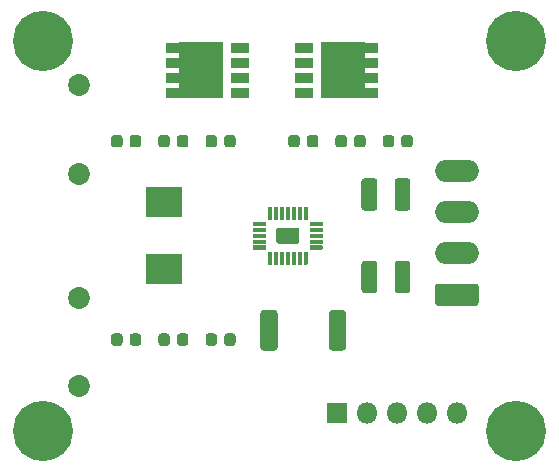
<source format=gbr>
%TF.GenerationSoftware,KiCad,Pcbnew,(5.1.6)-1*%
%TF.CreationDate,2020-12-03T13:02:19+08:00*%
%TF.ProjectId,SuperCap_UPS,53757065-7243-4617-905f-5550532e6b69,rev?*%
%TF.SameCoordinates,Original*%
%TF.FileFunction,Soldermask,Top*%
%TF.FilePolarity,Negative*%
%FSLAX46Y46*%
G04 Gerber Fmt 4.6, Leading zero omitted, Abs format (unit mm)*
G04 Created by KiCad (PCBNEW (5.1.6)-1) date 2020-12-03 13:02:19*
%MOMM*%
%LPD*%
G01*
G04 APERTURE LIST*
%ADD10O,1.800000X1.800000*%
%ADD11R,1.800000X1.800000*%
%ADD12C,5.100000*%
%ADD13O,3.700000X1.900000*%
%ADD14R,3.850000X4.800000*%
%ADD15R,1.150000X0.950000*%
%ADD16R,1.550000X0.950000*%
%ADD17R,3.100000X2.600000*%
%ADD18C,1.854200*%
G04 APERTURE END LIST*
D10*
%TO.C,J2*%
X198040000Y-117500000D03*
X195500000Y-117500000D03*
X192960000Y-117500000D03*
X190420000Y-117500000D03*
D11*
X187880000Y-117500000D03*
%TD*%
D12*
%TO.C,REF\u002A\u002A*%
X163000000Y-86000000D03*
%TD*%
%TO.C,REF\u002A\u002A*%
X163000000Y-119000000D03*
%TD*%
%TO.C,REF\u002A\u002A*%
X203000000Y-119000000D03*
%TD*%
%TO.C,REF\u002A\u002A*%
X203000000Y-86000000D03*
%TD*%
D13*
%TO.C,J1*%
X198000000Y-97000000D03*
X198000000Y-100500000D03*
X198000000Y-104000000D03*
G36*
G01*
X199586111Y-108450000D02*
X196413889Y-108450000D01*
G75*
G02*
X196150000Y-108186111I0J263889D01*
G01*
X196150000Y-106813889D01*
G75*
G02*
X196413889Y-106550000I263889J0D01*
G01*
X199586111Y-106550000D01*
G75*
G02*
X199850000Y-106813889I0J-263889D01*
G01*
X199850000Y-108186111D01*
G75*
G02*
X199586111Y-108450000I-263889J0D01*
G01*
G37*
%TD*%
%TO.C,R9*%
G36*
G01*
X174300000Y-111581250D02*
X174300000Y-111018750D01*
G75*
G02*
X174543750Y-110775000I243750J0D01*
G01*
X175031250Y-110775000D01*
G75*
G02*
X175275000Y-111018750I0J-243750D01*
G01*
X175275000Y-111581250D01*
G75*
G02*
X175031250Y-111825000I-243750J0D01*
G01*
X174543750Y-111825000D01*
G75*
G02*
X174300000Y-111581250I0J243750D01*
G01*
G37*
G36*
G01*
X172725000Y-111581250D02*
X172725000Y-111018750D01*
G75*
G02*
X172968750Y-110775000I243750J0D01*
G01*
X173456250Y-110775000D01*
G75*
G02*
X173700000Y-111018750I0J-243750D01*
G01*
X173700000Y-111581250D01*
G75*
G02*
X173456250Y-111825000I-243750J0D01*
G01*
X172968750Y-111825000D01*
G75*
G02*
X172725000Y-111581250I0J243750D01*
G01*
G37*
%TD*%
%TO.C,R8*%
G36*
G01*
X170300000Y-111581250D02*
X170300000Y-111018750D01*
G75*
G02*
X170543750Y-110775000I243750J0D01*
G01*
X171031250Y-110775000D01*
G75*
G02*
X171275000Y-111018750I0J-243750D01*
G01*
X171275000Y-111581250D01*
G75*
G02*
X171031250Y-111825000I-243750J0D01*
G01*
X170543750Y-111825000D01*
G75*
G02*
X170300000Y-111581250I0J243750D01*
G01*
G37*
G36*
G01*
X168725000Y-111581250D02*
X168725000Y-111018750D01*
G75*
G02*
X168968750Y-110775000I243750J0D01*
G01*
X169456250Y-110775000D01*
G75*
G02*
X169700000Y-111018750I0J-243750D01*
G01*
X169700000Y-111581250D01*
G75*
G02*
X169456250Y-111825000I-243750J0D01*
G01*
X168968750Y-111825000D01*
G75*
G02*
X168725000Y-111581250I0J243750D01*
G01*
G37*
%TD*%
%TO.C,R7*%
G36*
G01*
X192700000Y-94218750D02*
X192700000Y-94781250D01*
G75*
G02*
X192456250Y-95025000I-243750J0D01*
G01*
X191968750Y-95025000D01*
G75*
G02*
X191725000Y-94781250I0J243750D01*
G01*
X191725000Y-94218750D01*
G75*
G02*
X191968750Y-93975000I243750J0D01*
G01*
X192456250Y-93975000D01*
G75*
G02*
X192700000Y-94218750I0J-243750D01*
G01*
G37*
G36*
G01*
X194275000Y-94218750D02*
X194275000Y-94781250D01*
G75*
G02*
X194031250Y-95025000I-243750J0D01*
G01*
X193543750Y-95025000D01*
G75*
G02*
X193300000Y-94781250I0J243750D01*
G01*
X193300000Y-94218750D01*
G75*
G02*
X193543750Y-93975000I243750J0D01*
G01*
X194031250Y-93975000D01*
G75*
G02*
X194275000Y-94218750I0J-243750D01*
G01*
G37*
%TD*%
%TO.C,R6*%
G36*
G01*
X189300000Y-94781250D02*
X189300000Y-94218750D01*
G75*
G02*
X189543750Y-93975000I243750J0D01*
G01*
X190031250Y-93975000D01*
G75*
G02*
X190275000Y-94218750I0J-243750D01*
G01*
X190275000Y-94781250D01*
G75*
G02*
X190031250Y-95025000I-243750J0D01*
G01*
X189543750Y-95025000D01*
G75*
G02*
X189300000Y-94781250I0J243750D01*
G01*
G37*
G36*
G01*
X187725000Y-94781250D02*
X187725000Y-94218750D01*
G75*
G02*
X187968750Y-93975000I243750J0D01*
G01*
X188456250Y-93975000D01*
G75*
G02*
X188700000Y-94218750I0J-243750D01*
G01*
X188700000Y-94781250D01*
G75*
G02*
X188456250Y-95025000I-243750J0D01*
G01*
X187968750Y-95025000D01*
G75*
G02*
X187725000Y-94781250I0J243750D01*
G01*
G37*
%TD*%
%TO.C,R5*%
G36*
G01*
X178300000Y-111581250D02*
X178300000Y-111018750D01*
G75*
G02*
X178543750Y-110775000I243750J0D01*
G01*
X179031250Y-110775000D01*
G75*
G02*
X179275000Y-111018750I0J-243750D01*
G01*
X179275000Y-111581250D01*
G75*
G02*
X179031250Y-111825000I-243750J0D01*
G01*
X178543750Y-111825000D01*
G75*
G02*
X178300000Y-111581250I0J243750D01*
G01*
G37*
G36*
G01*
X176725000Y-111581250D02*
X176725000Y-111018750D01*
G75*
G02*
X176968750Y-110775000I243750J0D01*
G01*
X177456250Y-110775000D01*
G75*
G02*
X177700000Y-111018750I0J-243750D01*
G01*
X177700000Y-111581250D01*
G75*
G02*
X177456250Y-111825000I-243750J0D01*
G01*
X176968750Y-111825000D01*
G75*
G02*
X176725000Y-111581250I0J243750D01*
G01*
G37*
%TD*%
%TO.C,R4*%
G36*
G01*
X182825000Y-109043518D02*
X182825000Y-111956482D01*
G75*
G02*
X182556482Y-112225000I-268518J0D01*
G01*
X181643518Y-112225000D01*
G75*
G02*
X181375000Y-111956482I0J268518D01*
G01*
X181375000Y-109043518D01*
G75*
G02*
X181643518Y-108775000I268518J0D01*
G01*
X182556482Y-108775000D01*
G75*
G02*
X182825000Y-109043518I0J-268518D01*
G01*
G37*
G36*
G01*
X188625000Y-109043518D02*
X188625000Y-111956482D01*
G75*
G02*
X188356482Y-112225000I-268518J0D01*
G01*
X187443518Y-112225000D01*
G75*
G02*
X187175000Y-111956482I0J268518D01*
G01*
X187175000Y-109043518D01*
G75*
G02*
X187443518Y-108775000I268518J0D01*
G01*
X188356482Y-108775000D01*
G75*
G02*
X188625000Y-109043518I0J-268518D01*
G01*
G37*
%TD*%
%TO.C,R3*%
G36*
G01*
X174300000Y-94781250D02*
X174300000Y-94218750D01*
G75*
G02*
X174543750Y-93975000I243750J0D01*
G01*
X175031250Y-93975000D01*
G75*
G02*
X175275000Y-94218750I0J-243750D01*
G01*
X175275000Y-94781250D01*
G75*
G02*
X175031250Y-95025000I-243750J0D01*
G01*
X174543750Y-95025000D01*
G75*
G02*
X174300000Y-94781250I0J243750D01*
G01*
G37*
G36*
G01*
X172725000Y-94781250D02*
X172725000Y-94218750D01*
G75*
G02*
X172968750Y-93975000I243750J0D01*
G01*
X173456250Y-93975000D01*
G75*
G02*
X173700000Y-94218750I0J-243750D01*
G01*
X173700000Y-94781250D01*
G75*
G02*
X173456250Y-95025000I-243750J0D01*
G01*
X172968750Y-95025000D01*
G75*
G02*
X172725000Y-94781250I0J243750D01*
G01*
G37*
%TD*%
%TO.C,R2*%
G36*
G01*
X169700000Y-94218750D02*
X169700000Y-94781250D01*
G75*
G02*
X169456250Y-95025000I-243750J0D01*
G01*
X168968750Y-95025000D01*
G75*
G02*
X168725000Y-94781250I0J243750D01*
G01*
X168725000Y-94218750D01*
G75*
G02*
X168968750Y-93975000I243750J0D01*
G01*
X169456250Y-93975000D01*
G75*
G02*
X169700000Y-94218750I0J-243750D01*
G01*
G37*
G36*
G01*
X171275000Y-94218750D02*
X171275000Y-94781250D01*
G75*
G02*
X171031250Y-95025000I-243750J0D01*
G01*
X170543750Y-95025000D01*
G75*
G02*
X170300000Y-94781250I0J243750D01*
G01*
X170300000Y-94218750D01*
G75*
G02*
X170543750Y-93975000I243750J0D01*
G01*
X171031250Y-93975000D01*
G75*
G02*
X171275000Y-94218750I0J-243750D01*
G01*
G37*
%TD*%
%TO.C,R1*%
G36*
G01*
X178300000Y-94781250D02*
X178300000Y-94218750D01*
G75*
G02*
X178543750Y-93975000I243750J0D01*
G01*
X179031250Y-93975000D01*
G75*
G02*
X179275000Y-94218750I0J-243750D01*
G01*
X179275000Y-94781250D01*
G75*
G02*
X179031250Y-95025000I-243750J0D01*
G01*
X178543750Y-95025000D01*
G75*
G02*
X178300000Y-94781250I0J243750D01*
G01*
G37*
G36*
G01*
X176725000Y-94781250D02*
X176725000Y-94218750D01*
G75*
G02*
X176968750Y-93975000I243750J0D01*
G01*
X177456250Y-93975000D01*
G75*
G02*
X177700000Y-94218750I0J-243750D01*
G01*
X177700000Y-94781250D01*
G75*
G02*
X177456250Y-95025000I-243750J0D01*
G01*
X176968750Y-95025000D01*
G75*
G02*
X176725000Y-94781250I0J243750D01*
G01*
G37*
%TD*%
D14*
%TO.C,Q2*%
X188350000Y-88500000D03*
D15*
X190750000Y-86595000D03*
X190750000Y-87865000D03*
X190750000Y-89135000D03*
X190750000Y-90405000D03*
D16*
X185050000Y-90405000D03*
X185050000Y-89135000D03*
X185050000Y-87865000D03*
X185050000Y-86595000D03*
%TD*%
D14*
%TO.C,Q1*%
X176350000Y-88500000D03*
D15*
X173950000Y-90405000D03*
X173950000Y-89135000D03*
X173950000Y-87865000D03*
X173950000Y-86595000D03*
D16*
X179650000Y-86595000D03*
X179650000Y-87865000D03*
X179650000Y-89135000D03*
X179650000Y-90405000D03*
%TD*%
%TO.C,C5*%
G36*
G01*
X192725000Y-107105000D02*
X192725000Y-104895000D01*
G75*
G02*
X192995000Y-104625000I270000J0D01*
G01*
X193805000Y-104625000D01*
G75*
G02*
X194075000Y-104895000I0J-270000D01*
G01*
X194075000Y-107105000D01*
G75*
G02*
X193805000Y-107375000I-270000J0D01*
G01*
X192995000Y-107375000D01*
G75*
G02*
X192725000Y-107105000I0J270000D01*
G01*
G37*
G36*
G01*
X189925000Y-107105000D02*
X189925000Y-104895000D01*
G75*
G02*
X190195000Y-104625000I270000J0D01*
G01*
X191005000Y-104625000D01*
G75*
G02*
X191275000Y-104895000I0J-270000D01*
G01*
X191275000Y-107105000D01*
G75*
G02*
X191005000Y-107375000I-270000J0D01*
G01*
X190195000Y-107375000D01*
G75*
G02*
X189925000Y-107105000I0J270000D01*
G01*
G37*
%TD*%
%TO.C,C4*%
G36*
G01*
X185300000Y-94781250D02*
X185300000Y-94218750D01*
G75*
G02*
X185543750Y-93975000I243750J0D01*
G01*
X186031250Y-93975000D01*
G75*
G02*
X186275000Y-94218750I0J-243750D01*
G01*
X186275000Y-94781250D01*
G75*
G02*
X186031250Y-95025000I-243750J0D01*
G01*
X185543750Y-95025000D01*
G75*
G02*
X185300000Y-94781250I0J243750D01*
G01*
G37*
G36*
G01*
X183725000Y-94781250D02*
X183725000Y-94218750D01*
G75*
G02*
X183968750Y-93975000I243750J0D01*
G01*
X184456250Y-93975000D01*
G75*
G02*
X184700000Y-94218750I0J-243750D01*
G01*
X184700000Y-94781250D01*
G75*
G02*
X184456250Y-95025000I-243750J0D01*
G01*
X183968750Y-95025000D01*
G75*
G02*
X183725000Y-94781250I0J243750D01*
G01*
G37*
%TD*%
%TO.C,C3*%
G36*
G01*
X192725000Y-100105000D02*
X192725000Y-97895000D01*
G75*
G02*
X192995000Y-97625000I270000J0D01*
G01*
X193805000Y-97625000D01*
G75*
G02*
X194075000Y-97895000I0J-270000D01*
G01*
X194075000Y-100105000D01*
G75*
G02*
X193805000Y-100375000I-270000J0D01*
G01*
X192995000Y-100375000D01*
G75*
G02*
X192725000Y-100105000I0J270000D01*
G01*
G37*
G36*
G01*
X189925000Y-100105000D02*
X189925000Y-97895000D01*
G75*
G02*
X190195000Y-97625000I270000J0D01*
G01*
X191005000Y-97625000D01*
G75*
G02*
X191275000Y-97895000I0J-270000D01*
G01*
X191275000Y-100105000D01*
G75*
G02*
X191005000Y-100375000I-270000J0D01*
G01*
X190195000Y-100375000D01*
G75*
G02*
X189925000Y-100105000I0J270000D01*
G01*
G37*
%TD*%
D17*
%TO.C,L1*%
X173200000Y-105325000D03*
X173200000Y-99675000D03*
%TD*%
%TO.C,U1*%
G36*
G01*
X184540000Y-103175000D02*
X182860000Y-103175000D01*
G75*
G02*
X182725000Y-103040000I0J135000D01*
G01*
X182725000Y-101960000D01*
G75*
G02*
X182860000Y-101825000I135000J0D01*
G01*
X184540000Y-101825000D01*
G75*
G02*
X184675000Y-101960000I0J-135000D01*
G01*
X184675000Y-103040000D01*
G75*
G02*
X184540000Y-103175000I-135000J0D01*
G01*
G37*
G36*
G01*
X182340000Y-104950000D02*
X182060000Y-104950000D01*
G75*
G02*
X182025000Y-104915000I0J35000D01*
G01*
X182025000Y-103885000D01*
G75*
G02*
X182060000Y-103850000I35000J0D01*
G01*
X182340000Y-103850000D01*
G75*
G02*
X182375000Y-103885000I0J-35000D01*
G01*
X182375000Y-104915000D01*
G75*
G02*
X182340000Y-104950000I-35000J0D01*
G01*
G37*
G36*
G01*
X182840000Y-104950000D02*
X182560000Y-104950000D01*
G75*
G02*
X182525000Y-104915000I0J35000D01*
G01*
X182525000Y-103885000D01*
G75*
G02*
X182560000Y-103850000I35000J0D01*
G01*
X182840000Y-103850000D01*
G75*
G02*
X182875000Y-103885000I0J-35000D01*
G01*
X182875000Y-104915000D01*
G75*
G02*
X182840000Y-104950000I-35000J0D01*
G01*
G37*
G36*
G01*
X183340000Y-104950000D02*
X183060000Y-104950000D01*
G75*
G02*
X183025000Y-104915000I0J35000D01*
G01*
X183025000Y-103885000D01*
G75*
G02*
X183060000Y-103850000I35000J0D01*
G01*
X183340000Y-103850000D01*
G75*
G02*
X183375000Y-103885000I0J-35000D01*
G01*
X183375000Y-104915000D01*
G75*
G02*
X183340000Y-104950000I-35000J0D01*
G01*
G37*
G36*
G01*
X183840000Y-104950000D02*
X183560000Y-104950000D01*
G75*
G02*
X183525000Y-104915000I0J35000D01*
G01*
X183525000Y-103885000D01*
G75*
G02*
X183560000Y-103850000I35000J0D01*
G01*
X183840000Y-103850000D01*
G75*
G02*
X183875000Y-103885000I0J-35000D01*
G01*
X183875000Y-104915000D01*
G75*
G02*
X183840000Y-104950000I-35000J0D01*
G01*
G37*
G36*
G01*
X184340000Y-104950000D02*
X184060000Y-104950000D01*
G75*
G02*
X184025000Y-104915000I0J35000D01*
G01*
X184025000Y-103885000D01*
G75*
G02*
X184060000Y-103850000I35000J0D01*
G01*
X184340000Y-103850000D01*
G75*
G02*
X184375000Y-103885000I0J-35000D01*
G01*
X184375000Y-104915000D01*
G75*
G02*
X184340000Y-104950000I-35000J0D01*
G01*
G37*
G36*
G01*
X184840000Y-104950000D02*
X184560000Y-104950000D01*
G75*
G02*
X184525000Y-104915000I0J35000D01*
G01*
X184525000Y-103885000D01*
G75*
G02*
X184560000Y-103850000I35000J0D01*
G01*
X184840000Y-103850000D01*
G75*
G02*
X184875000Y-103885000I0J-35000D01*
G01*
X184875000Y-104915000D01*
G75*
G02*
X184840000Y-104950000I-35000J0D01*
G01*
G37*
G36*
G01*
X185340000Y-104950000D02*
X185060000Y-104950000D01*
G75*
G02*
X185025000Y-104915000I0J35000D01*
G01*
X185025000Y-103885000D01*
G75*
G02*
X185060000Y-103850000I35000J0D01*
G01*
X185340000Y-103850000D01*
G75*
G02*
X185375000Y-103885000I0J-35000D01*
G01*
X185375000Y-104915000D01*
G75*
G02*
X185340000Y-104950000I-35000J0D01*
G01*
G37*
G36*
G01*
X185340000Y-101150000D02*
X185060000Y-101150000D01*
G75*
G02*
X185025000Y-101115000I0J35000D01*
G01*
X185025000Y-100085000D01*
G75*
G02*
X185060000Y-100050000I35000J0D01*
G01*
X185340000Y-100050000D01*
G75*
G02*
X185375000Y-100085000I0J-35000D01*
G01*
X185375000Y-101115000D01*
G75*
G02*
X185340000Y-101150000I-35000J0D01*
G01*
G37*
G36*
G01*
X184840000Y-101150000D02*
X184560000Y-101150000D01*
G75*
G02*
X184525000Y-101115000I0J35000D01*
G01*
X184525000Y-100085000D01*
G75*
G02*
X184560000Y-100050000I35000J0D01*
G01*
X184840000Y-100050000D01*
G75*
G02*
X184875000Y-100085000I0J-35000D01*
G01*
X184875000Y-101115000D01*
G75*
G02*
X184840000Y-101150000I-35000J0D01*
G01*
G37*
G36*
G01*
X184340000Y-101150000D02*
X184060000Y-101150000D01*
G75*
G02*
X184025000Y-101115000I0J35000D01*
G01*
X184025000Y-100085000D01*
G75*
G02*
X184060000Y-100050000I35000J0D01*
G01*
X184340000Y-100050000D01*
G75*
G02*
X184375000Y-100085000I0J-35000D01*
G01*
X184375000Y-101115000D01*
G75*
G02*
X184340000Y-101150000I-35000J0D01*
G01*
G37*
G36*
G01*
X183840000Y-101150000D02*
X183560000Y-101150000D01*
G75*
G02*
X183525000Y-101115000I0J35000D01*
G01*
X183525000Y-100085000D01*
G75*
G02*
X183560000Y-100050000I35000J0D01*
G01*
X183840000Y-100050000D01*
G75*
G02*
X183875000Y-100085000I0J-35000D01*
G01*
X183875000Y-101115000D01*
G75*
G02*
X183840000Y-101150000I-35000J0D01*
G01*
G37*
G36*
G01*
X183340000Y-101150000D02*
X183060000Y-101150000D01*
G75*
G02*
X183025000Y-101115000I0J35000D01*
G01*
X183025000Y-100085000D01*
G75*
G02*
X183060000Y-100050000I35000J0D01*
G01*
X183340000Y-100050000D01*
G75*
G02*
X183375000Y-100085000I0J-35000D01*
G01*
X183375000Y-101115000D01*
G75*
G02*
X183340000Y-101150000I-35000J0D01*
G01*
G37*
G36*
G01*
X182840000Y-101150000D02*
X182560000Y-101150000D01*
G75*
G02*
X182525000Y-101115000I0J35000D01*
G01*
X182525000Y-100085000D01*
G75*
G02*
X182560000Y-100050000I35000J0D01*
G01*
X182840000Y-100050000D01*
G75*
G02*
X182875000Y-100085000I0J-35000D01*
G01*
X182875000Y-101115000D01*
G75*
G02*
X182840000Y-101150000I-35000J0D01*
G01*
G37*
G36*
G01*
X182340000Y-101150000D02*
X182060000Y-101150000D01*
G75*
G02*
X182025000Y-101115000I0J35000D01*
G01*
X182025000Y-100085000D01*
G75*
G02*
X182060000Y-100050000I35000J0D01*
G01*
X182340000Y-100050000D01*
G75*
G02*
X182375000Y-100085000I0J-35000D01*
G01*
X182375000Y-101115000D01*
G75*
G02*
X182340000Y-101150000I-35000J0D01*
G01*
G37*
G36*
G01*
X186615000Y-103675000D02*
X185585000Y-103675000D01*
G75*
G02*
X185550000Y-103640000I0J35000D01*
G01*
X185550000Y-103360000D01*
G75*
G02*
X185585000Y-103325000I35000J0D01*
G01*
X186615000Y-103325000D01*
G75*
G02*
X186650000Y-103360000I0J-35000D01*
G01*
X186650000Y-103640000D01*
G75*
G02*
X186615000Y-103675000I-35000J0D01*
G01*
G37*
G36*
G01*
X186615000Y-103175000D02*
X185585000Y-103175000D01*
G75*
G02*
X185550000Y-103140000I0J35000D01*
G01*
X185550000Y-102860000D01*
G75*
G02*
X185585000Y-102825000I35000J0D01*
G01*
X186615000Y-102825000D01*
G75*
G02*
X186650000Y-102860000I0J-35000D01*
G01*
X186650000Y-103140000D01*
G75*
G02*
X186615000Y-103175000I-35000J0D01*
G01*
G37*
G36*
G01*
X186615000Y-102675000D02*
X185585000Y-102675000D01*
G75*
G02*
X185550000Y-102640000I0J35000D01*
G01*
X185550000Y-102360000D01*
G75*
G02*
X185585000Y-102325000I35000J0D01*
G01*
X186615000Y-102325000D01*
G75*
G02*
X186650000Y-102360000I0J-35000D01*
G01*
X186650000Y-102640000D01*
G75*
G02*
X186615000Y-102675000I-35000J0D01*
G01*
G37*
G36*
G01*
X186615000Y-102175000D02*
X185585000Y-102175000D01*
G75*
G02*
X185550000Y-102140000I0J35000D01*
G01*
X185550000Y-101860000D01*
G75*
G02*
X185585000Y-101825000I35000J0D01*
G01*
X186615000Y-101825000D01*
G75*
G02*
X186650000Y-101860000I0J-35000D01*
G01*
X186650000Y-102140000D01*
G75*
G02*
X186615000Y-102175000I-35000J0D01*
G01*
G37*
G36*
G01*
X186615000Y-101675000D02*
X185585000Y-101675000D01*
G75*
G02*
X185550000Y-101640000I0J35000D01*
G01*
X185550000Y-101360000D01*
G75*
G02*
X185585000Y-101325000I35000J0D01*
G01*
X186615000Y-101325000D01*
G75*
G02*
X186650000Y-101360000I0J-35000D01*
G01*
X186650000Y-101640000D01*
G75*
G02*
X186615000Y-101675000I-35000J0D01*
G01*
G37*
G36*
G01*
X181815000Y-101675000D02*
X180785000Y-101675000D01*
G75*
G02*
X180750000Y-101640000I0J35000D01*
G01*
X180750000Y-101360000D01*
G75*
G02*
X180785000Y-101325000I35000J0D01*
G01*
X181815000Y-101325000D01*
G75*
G02*
X181850000Y-101360000I0J-35000D01*
G01*
X181850000Y-101640000D01*
G75*
G02*
X181815000Y-101675000I-35000J0D01*
G01*
G37*
G36*
G01*
X181815000Y-102175000D02*
X180785000Y-102175000D01*
G75*
G02*
X180750000Y-102140000I0J35000D01*
G01*
X180750000Y-101860000D01*
G75*
G02*
X180785000Y-101825000I35000J0D01*
G01*
X181815000Y-101825000D01*
G75*
G02*
X181850000Y-101860000I0J-35000D01*
G01*
X181850000Y-102140000D01*
G75*
G02*
X181815000Y-102175000I-35000J0D01*
G01*
G37*
G36*
G01*
X181815000Y-102675000D02*
X180785000Y-102675000D01*
G75*
G02*
X180750000Y-102640000I0J35000D01*
G01*
X180750000Y-102360000D01*
G75*
G02*
X180785000Y-102325000I35000J0D01*
G01*
X181815000Y-102325000D01*
G75*
G02*
X181850000Y-102360000I0J-35000D01*
G01*
X181850000Y-102640000D01*
G75*
G02*
X181815000Y-102675000I-35000J0D01*
G01*
G37*
G36*
G01*
X181815000Y-103175000D02*
X180785000Y-103175000D01*
G75*
G02*
X180750000Y-103140000I0J35000D01*
G01*
X180750000Y-102860000D01*
G75*
G02*
X180785000Y-102825000I35000J0D01*
G01*
X181815000Y-102825000D01*
G75*
G02*
X181850000Y-102860000I0J-35000D01*
G01*
X181850000Y-103140000D01*
G75*
G02*
X181815000Y-103175000I-35000J0D01*
G01*
G37*
G36*
G01*
X181815000Y-103675000D02*
X180785000Y-103675000D01*
G75*
G02*
X180750000Y-103640000I0J35000D01*
G01*
X180750000Y-103360000D01*
G75*
G02*
X180785000Y-103325000I35000J0D01*
G01*
X181815000Y-103325000D01*
G75*
G02*
X181850000Y-103360000I0J-35000D01*
G01*
X181850000Y-103640000D01*
G75*
G02*
X181815000Y-103675000I-35000J0D01*
G01*
G37*
%TD*%
D18*
%TO.C,C2*%
X166000000Y-115250000D03*
X166000000Y-107750000D03*
%TD*%
%TO.C,C1*%
X166000000Y-97250000D03*
X166000000Y-89750000D03*
%TD*%
M02*

</source>
